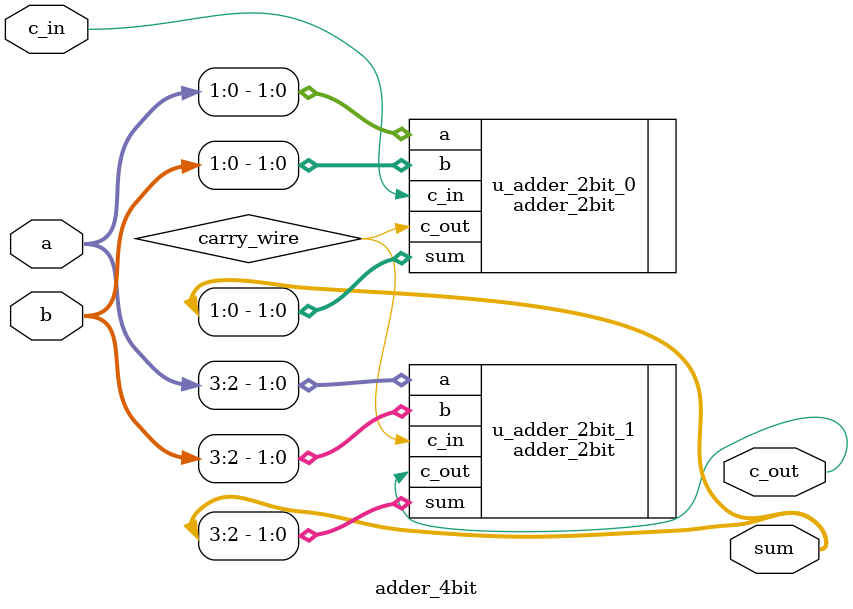
<source format=v>
module adder_4bit(
    a,
    b,
    sum,
    c_in,
    c_out
);

input [3:0] a;
input [3:0] b;
input c_in;

output [3:0] sum;
output c_out;

wire carry_wire;

adder_2bit u_adder_2bit_0(
    .a(a[1:0]),
    .b(b[1:0]),
    .sum(sum[1:0]),
    .c_in(c_in),
    .c_out(carry_wire)
);

adder_2bit u_adder_2bit_1(
    .a(a[3:2]),
    .b(b[3:2]),
    .sum(sum[3:2]),
    .c_in(carry_wire),
    .c_out(c_out)
);

endmodule
</source>
